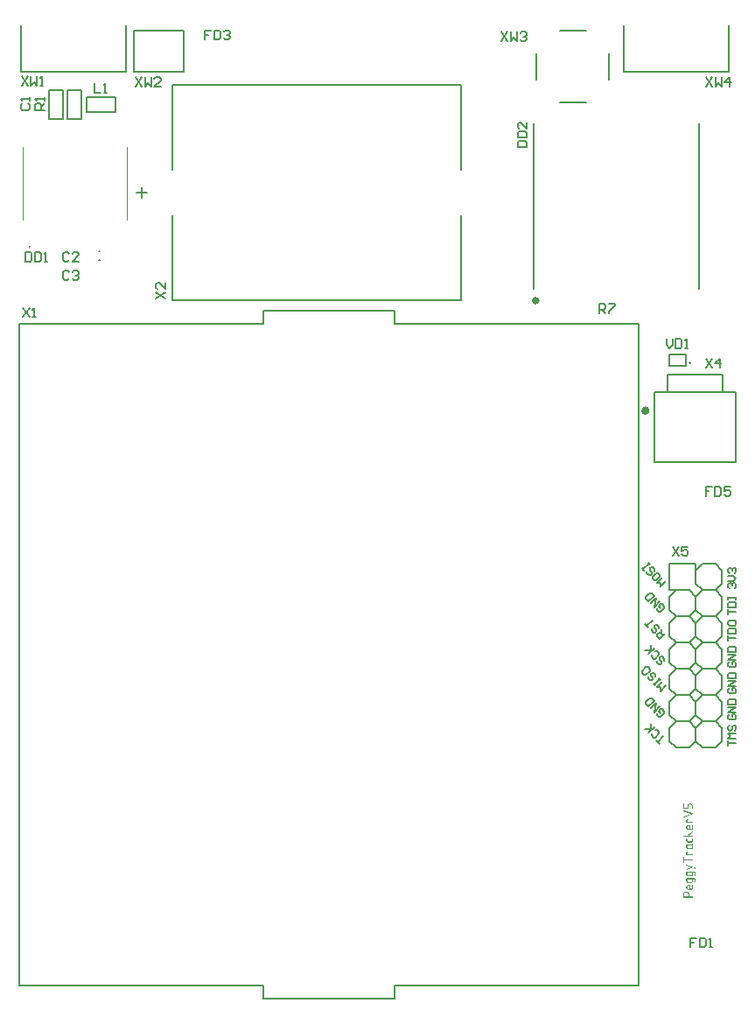
<source format=gto>
G04*
G04 #@! TF.GenerationSoftware,Altium Limited,Altium Designer,20.2.7 (254)*
G04*
G04 Layer_Color=15724527*
%FSLAX25Y25*%
%MOIN*%
G70*
G04*
G04 #@! TF.SameCoordinates,3C655C0F-1CA1-4DFD-99B7-6FB2F92942BB*
G04*
G04*
G04 #@! TF.FilePolarity,Positive*
G04*
G01*
G75*
%ADD10C,0.01575*%
%ADD11C,0.00787*%
%ADD12C,0.00551*%
%ADD13C,0.00394*%
G36*
X197244Y266710D02*
Y268723D01*
X198788D01*
Y266710D01*
X197244D01*
D02*
G37*
G36*
X257132Y75877D02*
X257160D01*
X257198Y75866D01*
X257291Y75849D01*
X257389Y75817D01*
X257498Y75768D01*
X257553Y75735D01*
X257607Y75702D01*
X257662Y75658D01*
X257717Y75609D01*
X257722Y75604D01*
X257728Y75598D01*
X257738Y75582D01*
X257760Y75560D01*
X257799Y75506D01*
X257848Y75424D01*
X257897Y75331D01*
X257941Y75222D01*
X257973Y75096D01*
X257979Y75030D01*
X257984Y74959D01*
Y74212D01*
X257979Y74173D01*
X257962Y74130D01*
X257935Y74086D01*
X257924Y74080D01*
X257897Y74064D01*
X257859Y74048D01*
X257804Y74042D01*
X257799D01*
X257793D01*
X257766Y74048D01*
X257722Y74059D01*
X257678Y74086D01*
X257673D01*
X257667Y74097D01*
X257646Y74124D01*
X257629Y74162D01*
X257618Y74190D01*
Y74998D01*
X257607Y75041D01*
X257596Y75096D01*
X257580Y75156D01*
X257553Y75222D01*
X257515Y75287D01*
X257466Y75353D01*
X257460Y75358D01*
X257438Y75380D01*
X257400Y75407D01*
X257356Y75434D01*
X257296Y75467D01*
X257231Y75489D01*
X257154Y75511D01*
X257067Y75516D01*
X256701D01*
X256690D01*
X256663D01*
X256619Y75506D01*
X256565Y75495D01*
X256505Y75478D01*
X256439Y75445D01*
X256374Y75407D01*
X256308Y75353D01*
X256302Y75347D01*
X256281Y75325D01*
X256253Y75293D01*
X256226Y75243D01*
X256193Y75189D01*
X256171Y75118D01*
X256150Y75041D01*
X256144Y74959D01*
Y74217D01*
X256139Y74195D01*
X256133Y74168D01*
X256122Y74135D01*
X256101Y74097D01*
X256068Y74069D01*
X256024Y74048D01*
X255964Y74042D01*
X254484D01*
X254479D01*
X254457Y74048D01*
X254424Y74053D01*
X254392Y74064D01*
X254359Y74086D01*
X254326Y74119D01*
X254304Y74162D01*
X254299Y74222D01*
Y75708D01*
X254304Y75740D01*
X254326Y75784D01*
X254337Y75806D01*
X254359Y75828D01*
X254370Y75839D01*
X254397Y75855D01*
X254435Y75871D01*
X254484Y75882D01*
X254495D01*
X254522Y75877D01*
X254561Y75860D01*
X254604Y75833D01*
X254615Y75828D01*
X254632Y75800D01*
X254654Y75757D01*
X254659Y75729D01*
X254664Y75697D01*
Y74408D01*
X255778D01*
Y74998D01*
X255784Y75025D01*
Y75058D01*
X255795Y75096D01*
X255811Y75183D01*
X255844Y75282D01*
X255893Y75391D01*
X255926Y75445D01*
X255959Y75506D01*
X256002Y75555D01*
X256051Y75609D01*
X256057Y75615D01*
X256062Y75620D01*
X256079Y75637D01*
X256101Y75653D01*
X256155Y75697D01*
X256231Y75746D01*
X256330Y75795D01*
X256439Y75839D01*
X256565Y75871D01*
X256630Y75877D01*
X256701Y75882D01*
X257067D01*
X257072D01*
X257083D01*
X257105D01*
X257132Y75877D01*
D02*
G37*
G36*
X254544Y73294D02*
X257826Y72191D01*
X257831D01*
X257837Y72186D01*
X257864Y72175D01*
X257902Y72153D01*
X257941Y72126D01*
X257946Y72120D01*
X257957Y72098D01*
X257968Y72066D01*
X257984Y72017D01*
Y72000D01*
X257973Y71978D01*
X257962Y71956D01*
X257946Y71924D01*
X257919Y71896D01*
X257880Y71869D01*
X257826Y71842D01*
X254544Y70739D01*
X254479Y70728D01*
X254473D01*
X254468D01*
X254441Y70733D01*
X254402Y70750D01*
X254359Y70783D01*
X254353D01*
X254348Y70793D01*
X254326Y70821D01*
X254310Y70859D01*
X254299Y70886D01*
Y70963D01*
X254315Y71012D01*
X254321Y71017D01*
X254337Y71034D01*
X254375Y71061D01*
X254424Y71088D01*
X257187Y72017D01*
X254430Y72950D01*
X254419Y72956D01*
X254397Y72967D01*
X254370Y72988D01*
X254337Y73016D01*
X254331Y73027D01*
X254315Y73049D01*
X254304Y73081D01*
X254299Y73119D01*
Y73130D01*
X254304Y73163D01*
X254321Y73207D01*
X254348Y73251D01*
X254359Y73261D01*
X254386Y73278D01*
X254424Y73294D01*
X254479Y73305D01*
X254544Y73294D01*
D02*
G37*
G36*
X256008Y69986D02*
X256057Y69969D01*
X256101Y69936D01*
X256106Y69925D01*
X256122Y69904D01*
X256139Y69860D01*
X256144Y69805D01*
Y69794D01*
X256139Y69762D01*
X256128Y69723D01*
X256101Y69680D01*
X256090Y69669D01*
X256062Y69652D01*
X256019Y69636D01*
X255959Y69625D01*
X255953D01*
X255948D01*
X255920Y69620D01*
X255882Y69603D01*
X255838Y69570D01*
X255833D01*
X255827Y69560D01*
X255806Y69532D01*
X255784Y69494D01*
X255773Y69467D01*
Y68883D01*
X257804D01*
X257809D01*
X257820D01*
X257853Y68877D01*
X257897Y68861D01*
X257941Y68828D01*
X257946Y68817D01*
X257962Y68795D01*
X257979Y68752D01*
X257984Y68697D01*
Y68686D01*
X257979Y68653D01*
X257968Y68615D01*
X257941Y68571D01*
X257930Y68560D01*
X257908Y68544D01*
X257864Y68528D01*
X257804Y68517D01*
X255593D01*
X255587D01*
X255565Y68522D01*
X255533Y68528D01*
X255500Y68539D01*
X255467Y68560D01*
X255434Y68593D01*
X255413Y68637D01*
X255407Y68697D01*
Y69472D01*
X255418Y69516D01*
X255429Y69570D01*
X255445Y69631D01*
X255478Y69696D01*
X255516Y69762D01*
X255571Y69827D01*
X255576Y69833D01*
X255598Y69854D01*
X255631Y69882D01*
X255680Y69909D01*
X255735Y69942D01*
X255800Y69964D01*
X255877Y69986D01*
X255959Y69991D01*
X255964D01*
X255975D01*
X256008Y69986D01*
D02*
G37*
G36*
X257842Y67774D02*
X257880Y67758D01*
X257924Y67730D01*
X257935Y67725D01*
X257951Y67698D01*
X257973Y67654D01*
X257979Y67627D01*
X257984Y67594D01*
Y66644D01*
X257979Y66622D01*
X257973Y66567D01*
X257957Y66496D01*
X257930Y66415D01*
X257897Y66327D01*
X257842Y66240D01*
X257771Y66153D01*
X257760Y66142D01*
X257733Y66120D01*
X257689Y66087D01*
X257624Y66049D01*
X257553Y66005D01*
X257460Y65972D01*
X257362Y65951D01*
X257253Y65940D01*
X256144D01*
X256139D01*
X256133D01*
X256117D01*
X256095Y65945D01*
X256040Y65951D01*
X255969Y65967D01*
X255888Y65989D01*
X255806Y66027D01*
X255713Y66076D01*
X255631Y66147D01*
X255620Y66158D01*
X255598Y66185D01*
X255560Y66229D01*
X255516Y66294D01*
X255478Y66371D01*
X255440Y66458D01*
X255418Y66562D01*
X255407Y66671D01*
Y67070D01*
X255413Y67092D01*
X255418Y67152D01*
X255434Y67223D01*
X255462Y67299D01*
X255500Y67387D01*
X255555Y67474D01*
X255626Y67561D01*
X255636Y67572D01*
X255664Y67594D01*
X255707Y67632D01*
X255767Y67670D01*
X255844Y67709D01*
X255931Y67747D01*
X256035Y67769D01*
X256144Y67780D01*
X256701D01*
X256707D01*
X256728D01*
X256756Y67769D01*
X256788Y67758D01*
X256827Y67736D01*
X256854Y67703D01*
X256876Y67654D01*
X256881Y67594D01*
Y66305D01*
X257253D01*
X257258D01*
X257280D01*
X257307Y66311D01*
X257340Y66316D01*
X257384Y66333D01*
X257427Y66349D01*
X257471Y66376D01*
X257515Y66409D01*
X257520Y66420D01*
X257542Y66442D01*
X257569Y66480D01*
X257596Y66524D01*
Y66529D01*
X257602Y66540D01*
X257607Y66573D01*
X257613Y66622D01*
X257618Y66671D01*
Y67605D01*
X257624Y67638D01*
X257646Y67681D01*
X257657Y67703D01*
X257678Y67725D01*
X257689Y67736D01*
X257717Y67752D01*
X257755Y67769D01*
X257804Y67780D01*
X257815D01*
X257842Y67774D01*
D02*
G37*
G36*
X257848Y65197D02*
X257886Y65181D01*
X257930Y65148D01*
X257941Y65137D01*
X257957Y65110D01*
X257973Y65071D01*
X257984Y65017D01*
Y65000D01*
X257979Y64984D01*
X257973Y64968D01*
X257951Y64919D01*
X257935Y64891D01*
X257913Y64869D01*
X256652Y63908D01*
X256788Y63728D01*
X257804D01*
X257809D01*
X257820D01*
X257853Y63723D01*
X257897Y63706D01*
X257941Y63674D01*
X257946Y63663D01*
X257962Y63641D01*
X257979Y63597D01*
X257984Y63543D01*
Y63532D01*
X257979Y63499D01*
X257968Y63461D01*
X257941Y63417D01*
X257930Y63406D01*
X257908Y63390D01*
X257864Y63373D01*
X257804Y63362D01*
X254484D01*
X254479D01*
X254473D01*
X254441Y63368D01*
X254397Y63384D01*
X254348Y63417D01*
X254342Y63428D01*
X254321Y63455D01*
X254304Y63494D01*
X254299Y63543D01*
Y63554D01*
X254304Y63586D01*
X254321Y63625D01*
X254348Y63668D01*
Y63674D01*
X254353Y63679D01*
X254381Y63701D01*
X254424Y63717D01*
X254452Y63728D01*
X254484D01*
X256330D01*
X255445Y64908D01*
X255440Y64919D01*
X255423Y64940D01*
X255413Y64979D01*
X255407Y65022D01*
Y65033D01*
X255413Y65066D01*
X255434Y65104D01*
X255445Y65126D01*
X255467Y65148D01*
X255478Y65159D01*
X255505Y65175D01*
X255544Y65192D01*
X255593Y65202D01*
X255598D01*
X255609D01*
X255626Y65197D01*
X255642Y65192D01*
X255691Y65170D01*
X255718Y65153D01*
X255740Y65126D01*
X256434Y64209D01*
X257689Y65164D01*
X257700Y65170D01*
X257722Y65186D01*
X257760Y65197D01*
X257804Y65202D01*
X257809D01*
X257815D01*
X257848Y65197D01*
D02*
G37*
G36*
X257842Y62620D02*
X257880Y62603D01*
X257924Y62576D01*
X257935Y62571D01*
X257951Y62543D01*
X257973Y62500D01*
X257979Y62472D01*
X257984Y62440D01*
Y61861D01*
X257979Y61839D01*
X257973Y61784D01*
X257957Y61714D01*
X257930Y61632D01*
X257897Y61544D01*
X257842Y61457D01*
X257771Y61370D01*
X257760Y61359D01*
X257733Y61337D01*
X257689Y61299D01*
X257624Y61260D01*
X257553Y61222D01*
X257460Y61184D01*
X257362Y61162D01*
X257253Y61151D01*
X256144D01*
X256139D01*
X256128D01*
X256117D01*
X256095Y61157D01*
X256035Y61162D01*
X255964Y61178D01*
X255882Y61206D01*
X255795Y61238D01*
X255707Y61293D01*
X255626Y61364D01*
X255614Y61375D01*
X255593Y61402D01*
X255555Y61452D01*
X255516Y61511D01*
X255478Y61588D01*
X255440Y61675D01*
X255418Y61779D01*
X255407Y61888D01*
Y62451D01*
X255413Y62483D01*
X255434Y62527D01*
X255445Y62549D01*
X255467Y62571D01*
X255478Y62582D01*
X255505Y62598D01*
X255544Y62615D01*
X255593Y62625D01*
X255604D01*
X255631Y62620D01*
X255669Y62603D01*
X255713Y62576D01*
X255724Y62571D01*
X255740Y62543D01*
X255762Y62500D01*
X255767Y62472D01*
X255773Y62440D01*
Y61856D01*
X255778Y61828D01*
X255784Y61796D01*
X255800Y61752D01*
X255817Y61708D01*
X255844Y61664D01*
X255882Y61621D01*
X255893Y61610D01*
X255915Y61588D01*
X255953Y61561D01*
X256002Y61539D01*
X256008D01*
X256013Y61533D01*
X256046Y61528D01*
X256090Y61523D01*
X256144Y61517D01*
X257253D01*
X257258D01*
X257280D01*
X257307Y61523D01*
X257340Y61528D01*
X257384Y61544D01*
X257427Y61561D01*
X257471Y61588D01*
X257515Y61621D01*
X257520Y61632D01*
X257542Y61659D01*
X257569Y61697D01*
X257596Y61741D01*
Y61746D01*
X257602Y61752D01*
X257607Y61790D01*
X257613Y61834D01*
X257618Y61883D01*
Y62451D01*
X257624Y62483D01*
X257646Y62527D01*
X257657Y62549D01*
X257678Y62571D01*
X257689Y62582D01*
X257717Y62598D01*
X257755Y62615D01*
X257804Y62625D01*
X257815D01*
X257842Y62620D01*
D02*
G37*
G36*
X257848Y60780D02*
X257886Y60764D01*
X257930Y60731D01*
X257941Y60720D01*
X257957Y60698D01*
X257973Y60654D01*
X257984Y60600D01*
Y60578D01*
X257979Y60551D01*
X257968Y60523D01*
X257962Y60518D01*
X257951Y60496D01*
X257935Y60458D01*
X257913Y60419D01*
X257880Y60370D01*
X257842Y60321D01*
X257799Y60272D01*
X257744Y60228D01*
X257749Y60223D01*
X257760Y60212D01*
X257782Y60190D01*
X257804Y60163D01*
X257831Y60130D01*
X257859Y60087D01*
X257891Y60037D01*
X257919Y59983D01*
Y59977D01*
X257930Y59955D01*
X257941Y59928D01*
X257951Y59890D01*
X257962Y59841D01*
X257973Y59792D01*
X257979Y59732D01*
X257984Y59677D01*
Y59278D01*
X257979Y59257D01*
X257973Y59202D01*
X257957Y59131D01*
X257930Y59049D01*
X257897Y58967D01*
X257842Y58880D01*
X257771Y58793D01*
X257760Y58781D01*
X257733Y58760D01*
X257689Y58722D01*
X257624Y58683D01*
X257553Y58645D01*
X257460Y58607D01*
X257362Y58585D01*
X257253Y58574D01*
X256144D01*
X256139D01*
X256128D01*
X256117D01*
X256095Y58579D01*
X256035Y58585D01*
X255964Y58601D01*
X255882Y58629D01*
X255795Y58661D01*
X255707Y58716D01*
X255626Y58787D01*
X255614Y58798D01*
X255593Y58825D01*
X255555Y58869D01*
X255516Y58934D01*
X255478Y59005D01*
X255440Y59098D01*
X255418Y59197D01*
X255407Y59306D01*
Y60256D01*
X255418Y60289D01*
X255429Y60321D01*
X255451Y60354D01*
X255484Y60387D01*
X255533Y60409D01*
X255593Y60414D01*
X257247D01*
X257253D01*
X257263D01*
X257285Y60419D01*
X257318Y60425D01*
X257389Y60447D01*
X257427Y60463D01*
X257471Y60485D01*
X257476Y60491D01*
X257487Y60496D01*
X257509Y60512D01*
X257531Y60529D01*
X257558Y60556D01*
X257586Y60589D01*
X257613Y60627D01*
X257635Y60671D01*
Y60676D01*
X257646Y60687D01*
X257657Y60709D01*
X257673Y60731D01*
X257695Y60747D01*
X257722Y60769D01*
X257755Y60780D01*
X257799Y60785D01*
X257804D01*
X257809D01*
X257848Y60780D01*
D02*
G37*
G36*
X256008Y57832D02*
X256057Y57815D01*
X256101Y57782D01*
X256106Y57771D01*
X256122Y57750D01*
X256139Y57706D01*
X256144Y57651D01*
Y57640D01*
X256139Y57608D01*
X256128Y57569D01*
X256101Y57526D01*
X256090Y57515D01*
X256062Y57498D01*
X256019Y57482D01*
X255959Y57471D01*
X255953D01*
X255948D01*
X255920Y57466D01*
X255882Y57449D01*
X255838Y57416D01*
X255833D01*
X255827Y57406D01*
X255806Y57378D01*
X255784Y57340D01*
X255773Y57313D01*
Y56729D01*
X257804D01*
X257809D01*
X257820D01*
X257853Y56723D01*
X257897Y56707D01*
X257941Y56674D01*
X257946Y56663D01*
X257962Y56641D01*
X257979Y56598D01*
X257984Y56543D01*
Y56532D01*
X257979Y56499D01*
X257968Y56461D01*
X257941Y56417D01*
X257930Y56406D01*
X257908Y56390D01*
X257864Y56374D01*
X257804Y56363D01*
X255593D01*
X255587D01*
X255565Y56368D01*
X255533Y56374D01*
X255500Y56385D01*
X255467Y56406D01*
X255434Y56439D01*
X255413Y56483D01*
X255407Y56543D01*
Y57318D01*
X255418Y57362D01*
X255429Y57416D01*
X255445Y57477D01*
X255478Y57542D01*
X255516Y57608D01*
X255571Y57673D01*
X255576Y57679D01*
X255598Y57701D01*
X255631Y57728D01*
X255680Y57755D01*
X255735Y57788D01*
X255800Y57810D01*
X255877Y57832D01*
X255959Y57837D01*
X255964D01*
X255975D01*
X256008Y57832D01*
D02*
G37*
G36*
X254522Y55620D02*
X254561Y55604D01*
X254604Y55576D01*
X254615Y55571D01*
X254632Y55544D01*
X254654Y55500D01*
X254659Y55473D01*
X254664Y55440D01*
Y54703D01*
X257804D01*
X257809D01*
X257820D01*
X257853Y54698D01*
X257897Y54681D01*
X257941Y54648D01*
X257946Y54637D01*
X257962Y54616D01*
X257979Y54572D01*
X257984Y54517D01*
Y54506D01*
X257979Y54474D01*
X257968Y54435D01*
X257941Y54392D01*
X257930Y54381D01*
X257908Y54364D01*
X257864Y54348D01*
X257804Y54337D01*
X254664D01*
Y53584D01*
X254659Y53545D01*
X254643Y53502D01*
X254615Y53458D01*
X254610D01*
X254604Y53453D01*
X254577Y53436D01*
X254534Y53420D01*
X254484Y53414D01*
X254479D01*
X254473D01*
X254446Y53420D01*
X254408Y53431D01*
X254364Y53458D01*
X254359D01*
X254353Y53469D01*
X254331Y53491D01*
X254310Y53535D01*
X254299Y53562D01*
Y55451D01*
X254304Y55484D01*
X254326Y55527D01*
X254337Y55549D01*
X254359Y55571D01*
X254370Y55582D01*
X254397Y55598D01*
X254435Y55615D01*
X254484Y55626D01*
X254495D01*
X254522Y55620D01*
D02*
G37*
G36*
X255653Y52634D02*
X258694Y51678D01*
X258699D01*
X258721Y51667D01*
X258754Y51656D01*
X258792Y51640D01*
X258836Y51613D01*
X258880Y51580D01*
X258929Y51542D01*
X258972Y51492D01*
X258978Y51487D01*
X258989Y51465D01*
X259011Y51438D01*
X259027Y51400D01*
X259049Y51350D01*
X259071Y51296D01*
X259082Y51236D01*
X259087Y51170D01*
Y50974D01*
X259082Y50941D01*
X259060Y50897D01*
X259049Y50876D01*
X259027Y50848D01*
X259016Y50843D01*
X258989Y50826D01*
X258951Y50805D01*
X258902Y50799D01*
X258896D01*
X258891D01*
X258858Y50805D01*
X258820Y50815D01*
X258776Y50843D01*
X258765Y50854D01*
X258749Y50881D01*
X258732Y50925D01*
X258721Y50985D01*
Y51176D01*
X258716Y51198D01*
X258705Y51230D01*
X258683Y51263D01*
X258678Y51269D01*
X258661Y51285D01*
X258629Y51307D01*
X258590Y51323D01*
X257968Y51520D01*
X255653Y50810D01*
X255587Y50799D01*
X255582D01*
X255576D01*
X255544Y50805D01*
X255505Y50821D01*
X255462Y50854D01*
Y50859D01*
X255451Y50864D01*
X255434Y50892D01*
X255418Y50936D01*
X255407Y50985D01*
Y51007D01*
X255413Y51028D01*
X255423Y51056D01*
X255440Y51083D01*
X255467Y51110D01*
X255500Y51138D01*
X255544Y51159D01*
X257340Y51711D01*
X255544Y52284D01*
X255538D01*
X255522Y52295D01*
X255500Y52306D01*
X255473Y52322D01*
X255451Y52344D01*
X255429Y52372D01*
X255413Y52410D01*
X255407Y52453D01*
Y52470D01*
X255413Y52503D01*
X255429Y52546D01*
X255456Y52590D01*
X255467Y52601D01*
X255489Y52617D01*
X255533Y52634D01*
X255587Y52644D01*
X255653Y52634D01*
D02*
G37*
G36*
X258399Y50095D02*
X258454Y50089D01*
X258525Y50073D01*
X258607Y50046D01*
X258694Y50007D01*
X258781Y49953D01*
X258869Y49882D01*
X258880Y49871D01*
X258902Y49843D01*
X258940Y49800D01*
X258978Y49740D01*
X259016Y49663D01*
X259054Y49576D01*
X259076Y49472D01*
X259087Y49363D01*
Y48615D01*
X259082Y48582D01*
X259060Y48539D01*
X259049Y48517D01*
X259027Y48489D01*
X259016Y48484D01*
X258989Y48468D01*
X258951Y48446D01*
X258902Y48440D01*
X258896D01*
X258891D01*
X258858Y48446D01*
X258820Y48457D01*
X258776Y48484D01*
X258765Y48495D01*
X258749Y48522D01*
X258732Y48566D01*
X258721Y48626D01*
Y49390D01*
X258716Y49418D01*
X258705Y49456D01*
X258694Y49494D01*
X258678Y49538D01*
X258650Y49581D01*
X258612Y49625D01*
X258607Y49631D01*
X258596Y49641D01*
X258568Y49658D01*
X258541Y49680D01*
X258503Y49702D01*
X258459Y49718D01*
X258405Y49729D01*
X258350Y49734D01*
X257984D01*
Y48970D01*
X257979Y48948D01*
X257973Y48893D01*
X257957Y48823D01*
X257930Y48741D01*
X257897Y48653D01*
X257842Y48566D01*
X257771Y48478D01*
X257760Y48468D01*
X257733Y48446D01*
X257689Y48408D01*
X257624Y48369D01*
X257553Y48331D01*
X257460Y48293D01*
X257362Y48271D01*
X257253Y48260D01*
X256144D01*
X256139D01*
X256128D01*
X256117D01*
X256095Y48266D01*
X256035Y48271D01*
X255964Y48287D01*
X255882Y48315D01*
X255795Y48347D01*
X255707Y48402D01*
X255626Y48473D01*
X255614Y48484D01*
X255593Y48511D01*
X255555Y48555D01*
X255516Y48621D01*
X255478Y48691D01*
X255440Y48784D01*
X255418Y48883D01*
X255407Y48992D01*
Y49942D01*
X255418Y49975D01*
X255429Y50007D01*
X255451Y50040D01*
X255484Y50073D01*
X255533Y50095D01*
X255593Y50100D01*
X258350D01*
X258355D01*
X258361D01*
X258377D01*
X258399Y50095D01*
D02*
G37*
G36*
Y47518D02*
X258454Y47512D01*
X258525Y47496D01*
X258607Y47468D01*
X258694Y47430D01*
X258781Y47376D01*
X258869Y47305D01*
X258880Y47294D01*
X258902Y47266D01*
X258940Y47223D01*
X258978Y47163D01*
X259016Y47086D01*
X259054Y46999D01*
X259076Y46895D01*
X259087Y46786D01*
Y46038D01*
X259082Y46005D01*
X259060Y45961D01*
X259049Y45940D01*
X259027Y45912D01*
X259016Y45907D01*
X258989Y45891D01*
X258951Y45869D01*
X258902Y45863D01*
X258896D01*
X258891D01*
X258858Y45869D01*
X258820Y45880D01*
X258776Y45907D01*
X258765Y45918D01*
X258749Y45945D01*
X258732Y45989D01*
X258721Y46049D01*
Y46813D01*
X258716Y46841D01*
X258705Y46879D01*
X258694Y46917D01*
X258678Y46961D01*
X258650Y47004D01*
X258612Y47048D01*
X258607Y47054D01*
X258596Y47064D01*
X258568Y47081D01*
X258541Y47103D01*
X258503Y47124D01*
X258459Y47141D01*
X258405Y47152D01*
X258350Y47157D01*
X257984D01*
Y46393D01*
X257979Y46371D01*
X257973Y46316D01*
X257957Y46245D01*
X257930Y46163D01*
X257897Y46076D01*
X257842Y45989D01*
X257771Y45901D01*
X257760Y45891D01*
X257733Y45869D01*
X257689Y45830D01*
X257624Y45792D01*
X257553Y45754D01*
X257460Y45716D01*
X257362Y45694D01*
X257253Y45683D01*
X256144D01*
X256139D01*
X256128D01*
X256117D01*
X256095Y45689D01*
X256035Y45694D01*
X255964Y45710D01*
X255882Y45738D01*
X255795Y45770D01*
X255707Y45825D01*
X255626Y45896D01*
X255614Y45907D01*
X255593Y45934D01*
X255555Y45978D01*
X255516Y46043D01*
X255478Y46114D01*
X255440Y46207D01*
X255418Y46305D01*
X255407Y46415D01*
Y47365D01*
X255418Y47397D01*
X255429Y47430D01*
X255451Y47463D01*
X255484Y47496D01*
X255533Y47518D01*
X255593Y47523D01*
X258350D01*
X258355D01*
X258361D01*
X258377D01*
X258399Y47518D01*
D02*
G37*
G36*
X257842Y44940D02*
X257880Y44924D01*
X257924Y44897D01*
X257935Y44891D01*
X257951Y44864D01*
X257973Y44820D01*
X257979Y44793D01*
X257984Y44760D01*
Y43810D01*
X257979Y43788D01*
X257973Y43734D01*
X257957Y43663D01*
X257930Y43581D01*
X257897Y43494D01*
X257842Y43406D01*
X257771Y43319D01*
X257760Y43308D01*
X257733Y43286D01*
X257689Y43253D01*
X257624Y43215D01*
X257553Y43171D01*
X257460Y43139D01*
X257362Y43117D01*
X257253Y43106D01*
X256144D01*
X256139D01*
X256133D01*
X256117D01*
X256095Y43111D01*
X256040Y43117D01*
X255969Y43133D01*
X255888Y43155D01*
X255806Y43193D01*
X255713Y43242D01*
X255631Y43313D01*
X255620Y43324D01*
X255598Y43352D01*
X255560Y43395D01*
X255516Y43461D01*
X255478Y43537D01*
X255440Y43625D01*
X255418Y43728D01*
X255407Y43837D01*
Y44236D01*
X255413Y44258D01*
X255418Y44318D01*
X255434Y44389D01*
X255462Y44465D01*
X255500Y44553D01*
X255555Y44640D01*
X255626Y44728D01*
X255636Y44738D01*
X255664Y44760D01*
X255707Y44798D01*
X255767Y44837D01*
X255844Y44875D01*
X255931Y44913D01*
X256035Y44935D01*
X256144Y44946D01*
X256701D01*
X256707D01*
X256728D01*
X256756Y44935D01*
X256788Y44924D01*
X256827Y44902D01*
X256854Y44870D01*
X256876Y44820D01*
X256881Y44760D01*
Y43472D01*
X257253D01*
X257258D01*
X257280D01*
X257307Y43477D01*
X257340Y43483D01*
X257384Y43499D01*
X257427Y43515D01*
X257471Y43543D01*
X257515Y43575D01*
X257520Y43586D01*
X257542Y43608D01*
X257569Y43646D01*
X257596Y43690D01*
Y43696D01*
X257602Y43707D01*
X257607Y43739D01*
X257613Y43788D01*
X257618Y43837D01*
Y44771D01*
X257624Y44804D01*
X257646Y44848D01*
X257657Y44870D01*
X257678Y44891D01*
X257689Y44902D01*
X257717Y44919D01*
X257755Y44935D01*
X257804Y44946D01*
X257815D01*
X257842Y44940D01*
D02*
G37*
G36*
X255822Y42363D02*
X255882Y42358D01*
X255953Y42342D01*
X256035Y42314D01*
X256122Y42276D01*
X256210Y42221D01*
X256297Y42150D01*
X256308Y42140D01*
X256330Y42112D01*
X256363Y42063D01*
X256401Y42003D01*
X256445Y41927D01*
X256477Y41839D01*
X256499Y41735D01*
X256510Y41626D01*
Y40523D01*
X257804D01*
X257809D01*
X257820D01*
X257853Y40518D01*
X257897Y40501D01*
X257941Y40469D01*
X257946Y40458D01*
X257962Y40436D01*
X257979Y40392D01*
X257984Y40338D01*
Y40327D01*
X257979Y40294D01*
X257968Y40256D01*
X257941Y40212D01*
X257930Y40201D01*
X257908Y40185D01*
X257864Y40168D01*
X257804Y40157D01*
X254484D01*
X254479D01*
X254457Y40163D01*
X254424Y40168D01*
X254392Y40179D01*
X254359Y40201D01*
X254326Y40234D01*
X254304Y40278D01*
X254299Y40338D01*
Y41659D01*
X254304Y41681D01*
X254310Y41741D01*
X254326Y41812D01*
X254353Y41894D01*
X254392Y41981D01*
X254446Y42068D01*
X254517Y42150D01*
X254528Y42161D01*
X254555Y42183D01*
X254604Y42221D01*
X254664Y42260D01*
X254741Y42298D01*
X254828Y42336D01*
X254927Y42358D01*
X255036Y42369D01*
X255773D01*
X255778D01*
X255784D01*
X255800D01*
X255822Y42363D01*
D02*
G37*
%LPC*%
G36*
X256515Y67414D02*
X256144D01*
X256139D01*
X256117D01*
X256090Y67408D01*
X256051Y67403D01*
X256013Y67387D01*
X255969Y67370D01*
X255926Y67343D01*
X255882Y67305D01*
X255877Y67299D01*
X255866Y67288D01*
X255849Y67261D01*
X255827Y67234D01*
X255806Y67195D01*
X255789Y67152D01*
X255778Y67097D01*
X255773Y67042D01*
Y66644D01*
X255778Y66617D01*
X255784Y66584D01*
X255800Y66540D01*
X255817Y66496D01*
X255844Y66453D01*
X255882Y66409D01*
X255893Y66398D01*
X255915Y66376D01*
X255953Y66349D01*
X256002Y66327D01*
X256008D01*
X256013Y66322D01*
X256046Y66316D01*
X256090Y66311D01*
X256144Y66305D01*
X256515D01*
Y67414D01*
D02*
G37*
G36*
X257253Y60048D02*
X255773D01*
Y59278D01*
X255778Y59251D01*
X255784Y59218D01*
X255800Y59175D01*
X255817Y59131D01*
X255844Y59087D01*
X255882Y59044D01*
X255893Y59033D01*
X255915Y59011D01*
X255953Y58984D01*
X256002Y58962D01*
X256008D01*
X256013Y58956D01*
X256046Y58951D01*
X256090Y58945D01*
X256144Y58940D01*
X257253D01*
X257258D01*
X257280D01*
X257307Y58945D01*
X257340Y58951D01*
X257384Y58967D01*
X257427Y58984D01*
X257471Y59011D01*
X257515Y59044D01*
X257520Y59054D01*
X257542Y59082D01*
X257569Y59120D01*
X257596Y59164D01*
Y59169D01*
X257602Y59175D01*
X257607Y59213D01*
X257613Y59257D01*
X257618Y59306D01*
Y59704D01*
X257613Y59732D01*
X257607Y59770D01*
X257596Y59808D01*
X257575Y59852D01*
X257553Y59895D01*
X257520Y59939D01*
X257515Y59944D01*
X257504Y59955D01*
X257476Y59972D01*
X257449Y59994D01*
X257411Y60015D01*
X257362Y60032D01*
X257313Y60043D01*
X257253Y60048D01*
D02*
G37*
G36*
X257618Y49734D02*
X255773D01*
Y48965D01*
X255778Y48937D01*
X255784Y48904D01*
X255800Y48861D01*
X255817Y48817D01*
X255844Y48773D01*
X255882Y48730D01*
X255893Y48719D01*
X255915Y48697D01*
X255953Y48670D01*
X256002Y48648D01*
X256008D01*
X256013Y48642D01*
X256046Y48637D01*
X256090Y48631D01*
X256144Y48626D01*
X257253D01*
X257258D01*
X257280D01*
X257307Y48631D01*
X257340Y48637D01*
X257384Y48653D01*
X257427Y48670D01*
X257471Y48697D01*
X257515Y48730D01*
X257520Y48741D01*
X257542Y48768D01*
X257569Y48806D01*
X257596Y48850D01*
Y48855D01*
X257602Y48861D01*
X257607Y48899D01*
X257613Y48943D01*
X257618Y48992D01*
Y49734D01*
D02*
G37*
G36*
Y47157D02*
X255773D01*
Y46387D01*
X255778Y46360D01*
X255784Y46327D01*
X255800Y46284D01*
X255817Y46240D01*
X255844Y46196D01*
X255882Y46153D01*
X255893Y46142D01*
X255915Y46120D01*
X255953Y46093D01*
X256002Y46071D01*
X256008D01*
X256013Y46065D01*
X256046Y46060D01*
X256090Y46054D01*
X256144Y46049D01*
X257253D01*
X257258D01*
X257280D01*
X257307Y46054D01*
X257340Y46060D01*
X257384Y46076D01*
X257427Y46093D01*
X257471Y46120D01*
X257515Y46153D01*
X257520Y46163D01*
X257542Y46191D01*
X257569Y46229D01*
X257596Y46273D01*
Y46278D01*
X257602Y46284D01*
X257607Y46322D01*
X257613Y46365D01*
X257618Y46415D01*
Y47157D01*
D02*
G37*
G36*
X256515Y44580D02*
X256144D01*
X256139D01*
X256117D01*
X256090Y44575D01*
X256051Y44569D01*
X256013Y44553D01*
X255969Y44536D01*
X255926Y44509D01*
X255882Y44471D01*
X255877Y44465D01*
X255866Y44455D01*
X255849Y44427D01*
X255827Y44400D01*
X255806Y44362D01*
X255789Y44318D01*
X255778Y44263D01*
X255773Y44209D01*
Y43810D01*
X255778Y43783D01*
X255784Y43750D01*
X255800Y43707D01*
X255817Y43663D01*
X255844Y43619D01*
X255882Y43575D01*
X255893Y43565D01*
X255915Y43543D01*
X255953Y43515D01*
X256002Y43494D01*
X256008D01*
X256013Y43488D01*
X256046Y43483D01*
X256090Y43477D01*
X256144Y43472D01*
X256515D01*
Y44580D01*
D02*
G37*
G36*
X255778Y42003D02*
X255036D01*
X255030D01*
X255009D01*
X254981Y41998D01*
X254943Y41992D01*
X254905Y41976D01*
X254861Y41959D01*
X254817Y41932D01*
X254774Y41894D01*
X254768Y41888D01*
X254757Y41877D01*
X254741Y41850D01*
X254719Y41823D01*
X254697Y41785D01*
X254681Y41741D01*
X254670Y41686D01*
X254664Y41632D01*
Y40523D01*
X256144D01*
Y41659D01*
X256139Y41686D01*
X256133Y41725D01*
X256122Y41763D01*
X256101Y41806D01*
X256079Y41850D01*
X256046Y41894D01*
X256040Y41899D01*
X256030Y41910D01*
X256002Y41927D01*
X255975Y41948D01*
X255937Y41970D01*
X255888Y41987D01*
X255838Y41998D01*
X255778Y42003D01*
D02*
G37*
%LPD*%
D10*
X240630Y225590D02*
G03*
X240630Y225590I-787J0D01*
G01*
D11*
X5118Y288189D02*
G03*
X5118Y287795I0J-197D01*
G01*
D02*
G03*
X5118Y288189I0J197D01*
G01*
D02*
G03*
X5118Y287795I0J-197D01*
G01*
X199149Y267520D02*
G03*
X199149Y267520I-1148J0D01*
G01*
X269213Y232677D02*
Y239370D01*
X248110D02*
X269213D01*
X248110Y232677D02*
Y239370D01*
X243189Y205906D02*
Y232677D01*
Y205906D02*
X274134D01*
Y232677D01*
X269213D02*
X274134D01*
X248110D02*
X269213D01*
X243189D02*
X248110D01*
X231496Y354724D02*
Y372441D01*
Y354724D02*
X271654D01*
Y372441D01*
X1772Y354724D02*
Y372441D01*
Y354724D02*
X41929D01*
Y372441D01*
X45079Y370472D02*
X63976D01*
Y354724D02*
Y370472D01*
X45079Y354724D02*
X63976D01*
X45079D02*
Y370472D01*
X47835Y306693D02*
Y310630D01*
X45866Y308661D02*
X49803D01*
X59449Y349661D02*
X169685D01*
X59449Y267661D02*
X169685D01*
X59449Y317244D02*
Y349661D01*
X169685Y317244D02*
Y349661D01*
Y267661D02*
Y300079D01*
X59449Y267661D02*
Y300079D01*
X26771Y339370D02*
X37795D01*
X26771Y344882D02*
X37795D01*
Y339370D02*
Y344882D01*
X26771Y339370D02*
Y344882D01*
X19587Y347638D02*
X25099D01*
X19587Y336614D02*
X25099D01*
Y347638D01*
X19587Y336614D02*
Y347638D01*
X12500D02*
X18012D01*
X12500Y336614D02*
X18012D01*
Y347638D01*
X12500Y336614D02*
Y347638D01*
X1181Y6693D02*
Y258661D01*
Y6693D02*
X94291D01*
Y1693D02*
Y6693D01*
Y1693D02*
X144291D01*
Y6693D01*
X237402D01*
Y258661D01*
X144291D02*
X237402D01*
X144291D02*
Y263661D01*
X94291D02*
X144291D01*
X94291Y258661D02*
Y263661D01*
X1181Y258661D02*
X94291D01*
X31693Y286319D02*
X32087D01*
X31693Y282972D02*
X32087D01*
X255315Y242598D02*
Y247165D01*
X249016D02*
X255315D01*
X249016Y242598D02*
Y247165D01*
Y242598D02*
X255315D01*
X197244Y272047D02*
Y335039D01*
X260236Y272047D02*
Y335039D01*
X198425Y351772D02*
Y361614D01*
X207283Y342913D02*
X217126D01*
X225984Y351772D02*
Y361614D01*
X207283Y370472D02*
X217126D01*
X249055Y99783D02*
Y104783D01*
Y109783D02*
Y114784D01*
Y119783D02*
Y124784D01*
Y129783D02*
Y134783D01*
Y139784D02*
Y144783D01*
Y149784D02*
Y154783D01*
X251555Y97284D02*
X256555D01*
X251555Y107283D02*
X256555D01*
X251555Y117283D02*
X256555D01*
X251555Y127284D02*
X256555D01*
X251555Y137284D02*
X256555D01*
X251555Y147283D02*
X256555D01*
Y107283D02*
X259055Y104783D01*
Y99783D02*
Y104783D01*
X256555Y97284D02*
X259055Y99783D01*
X249055D02*
X251555Y97284D01*
X269055Y99783D02*
Y104783D01*
X249055D02*
X251555Y107283D01*
X249055Y114784D02*
X251555Y117283D01*
X269055Y109783D02*
Y114784D01*
X249055Y109783D02*
X251555Y107283D01*
X256555D02*
X259055Y109783D01*
Y114784D01*
X256555Y117283D02*
X259055Y114784D01*
X256555Y127284D02*
X259055Y124784D01*
Y119783D02*
Y124784D01*
X256555Y117283D02*
X259055Y119783D01*
X249055D02*
X251555Y117283D01*
X269055Y119783D02*
Y124784D01*
X249055D02*
X251555Y127284D01*
X249055Y134783D02*
X251555Y137284D01*
X269055Y129783D02*
Y134783D01*
X249055Y129783D02*
X251555Y127284D01*
X256555D02*
X259055Y129783D01*
Y134783D01*
X256555Y137284D02*
X259055Y134783D01*
X256555Y147283D02*
X259055Y144783D01*
Y139784D02*
Y144783D01*
X256555Y137284D02*
X259055Y139784D01*
X249055D02*
X251555Y137284D01*
X269055Y139784D02*
Y144783D01*
X249055D02*
X251555Y147283D01*
X269055Y149784D02*
Y154783D01*
X249055Y149784D02*
X251555Y147283D01*
X256555D02*
X259055Y149784D01*
Y154783D01*
X269055Y159783D02*
Y164784D01*
X266555Y157283D02*
X269055Y159783D01*
X261555Y167283D02*
X266555D01*
X269055Y164784D01*
X266555Y157283D02*
X269055Y154783D01*
Y149784D02*
Y154783D01*
X266555Y147283D02*
X269055Y149784D01*
X259055D02*
X261555Y147283D01*
X259055Y144783D02*
X261555Y147283D01*
X259055Y139784D02*
X261555Y137284D01*
X266555D02*
X269055Y139784D01*
Y144783D01*
X266555Y147283D02*
X269055Y144783D01*
X266555Y137284D02*
X269055Y134783D01*
Y129783D02*
Y134783D01*
X266555Y127284D02*
X269055Y129783D01*
X259055D02*
X261555Y127284D01*
X259055Y134783D02*
X261555Y137284D01*
X259055Y124784D02*
X261555Y127284D01*
X259055Y119783D02*
X261555Y117283D01*
X266555D02*
X269055Y119783D01*
Y124784D01*
X266555Y127284D02*
X269055Y124784D01*
X266555Y117283D02*
X269055Y114784D01*
Y109783D02*
Y114784D01*
X266555Y107283D02*
X269055Y109783D01*
X259055D02*
X261555Y107283D01*
X259055Y114784D02*
X261555Y117283D01*
X259055Y104783D02*
X261555Y107283D01*
X259055Y99783D02*
X261555Y97284D01*
X266555D02*
X269055Y99783D01*
Y104783D01*
X266555Y107283D02*
X269055Y104783D01*
X261555Y157283D02*
X266555D01*
X261555Y147283D02*
X266555D01*
X261555Y137284D02*
X266555D01*
X261555Y127284D02*
X266555D01*
X261555Y117283D02*
X266555D01*
X261555Y107283D02*
X266555D01*
X269055Y159783D02*
Y164784D01*
X261555Y97284D02*
X266555D01*
X249055Y154783D02*
X251555Y157283D01*
X256555D02*
X259055Y154783D01*
X249055Y167283D02*
X259055D01*
X249055Y157283D02*
X256555D01*
X259055Y159783D02*
Y167283D01*
Y159783D02*
X261555Y157283D01*
X259055Y164784D02*
X261555Y167283D01*
X259055Y154783D02*
X261555Y157283D01*
X249055D02*
Y167283D01*
X271359Y97874D02*
Y99842D01*
Y98858D01*
X274311D01*
Y100826D02*
X271359D01*
X272343Y101810D01*
X271359Y102794D01*
X274311D01*
X271851Y105745D02*
X271359Y105254D01*
Y104270D01*
X271851Y103778D01*
X272343D01*
X272835Y104270D01*
Y105254D01*
X273327Y105745D01*
X273819D01*
X274311Y105254D01*
Y104270D01*
X273819Y103778D01*
X271851Y109842D02*
X271359Y109350D01*
Y108366D01*
X271851Y107874D01*
X273819D01*
X274311Y108366D01*
Y109350D01*
X273819Y109842D01*
X272835D01*
Y108858D01*
X274311Y110826D02*
X271359D01*
X274311Y112794D01*
X271359D01*
Y113778D02*
X274311D01*
Y115253D01*
X273819Y115745D01*
X271851D01*
X271359Y115253D01*
Y113778D01*
X271851Y119842D02*
X271359Y119350D01*
Y118366D01*
X271851Y117874D01*
X273819D01*
X274311Y118366D01*
Y119350D01*
X273819Y119842D01*
X272835D01*
Y118858D01*
X274311Y120826D02*
X271359D01*
X274311Y122794D01*
X271359D01*
Y123778D02*
X274311D01*
Y125253D01*
X273819Y125745D01*
X271851D01*
X271359Y125253D01*
Y123778D01*
X271851Y129842D02*
X271359Y129350D01*
Y128366D01*
X271851Y127874D01*
X273819D01*
X274311Y128366D01*
Y129350D01*
X273819Y129842D01*
X272835D01*
Y128858D01*
X274311Y130826D02*
X271359D01*
X274311Y132794D01*
X271359D01*
Y133778D02*
X274311D01*
Y135254D01*
X273819Y135746D01*
X271851D01*
X271359Y135254D01*
Y133778D01*
Y137874D02*
Y139842D01*
Y138858D01*
X274311D01*
X271359Y140826D02*
X274311D01*
Y142302D01*
X273819Y142794D01*
X271851D01*
X271359Y142302D01*
Y140826D01*
Y145254D02*
Y144270D01*
X271851Y143778D01*
X273819D01*
X274311Y144270D01*
Y145254D01*
X273819Y145746D01*
X271851D01*
X271359Y145254D01*
Y147874D02*
Y149842D01*
Y148858D01*
X274311D01*
X271359Y150826D02*
X274311D01*
Y152302D01*
X273819Y152794D01*
X271851D01*
X271359Y152302D01*
Y150826D01*
Y153778D02*
Y154762D01*
Y154270D01*
X274311D01*
Y153778D01*
Y154762D01*
X271851Y157874D02*
X271359Y158366D01*
Y159350D01*
X271851Y159842D01*
X272343D01*
X272835Y159350D01*
Y158858D01*
Y159350D01*
X273327Y159842D01*
X273819D01*
X274311Y159350D01*
Y158366D01*
X273819Y157874D01*
X271359Y160826D02*
X273327D01*
X274311Y161810D01*
X273327Y162794D01*
X271359D01*
X271851Y163778D02*
X271359Y164270D01*
Y165253D01*
X271851Y165745D01*
X272343D01*
X272835Y165253D01*
Y164762D01*
Y165253D01*
X273327Y165745D01*
X273819D01*
X274311Y165253D01*
Y164270D01*
X273819Y163778D01*
X245250Y98726D02*
X243859Y100117D01*
X244554Y99422D01*
X246641Y101509D01*
X242119Y102552D02*
Y101857D01*
X242815Y101161D01*
X243511D01*
X244902Y102552D01*
Y103248D01*
X244206Y103944D01*
X243511D01*
X241075Y102900D02*
X243163Y104988D01*
X242467Y104292D01*
X239684D01*
X241771Y104292D01*
Y106379D01*
X244206Y110465D02*
Y109769D01*
X244902Y109074D01*
X245598D01*
X246989Y110465D01*
Y111161D01*
X246294Y111857D01*
X245598D01*
X244902Y111161D01*
X245598Y110465D01*
X245250Y112900D02*
X243163Y110813D01*
X243859Y114292D01*
X241771Y112205D01*
X241075Y112900D02*
X243163Y114988D01*
X242119Y116031D01*
X241423D01*
X240032Y114640D01*
Y113944D01*
X241075Y112900D01*
X247731Y120892D02*
X245644Y118805D01*
Y120196D01*
X244252Y120196D01*
X246339Y122283D01*
X243556Y120892D02*
X242861Y121588D01*
X243209Y121240D01*
X245296Y123327D01*
X245644Y122979D01*
X244948Y123675D01*
X240774Y124371D02*
Y123675D01*
X241469Y122979D01*
X242165D01*
X242513Y123327D01*
Y124023D01*
X241817Y124718D01*
X241817Y125414D01*
X242165Y125762D01*
X242861D01*
X243556Y125066D01*
Y124371D01*
X238686Y125762D02*
X239382Y125066D01*
X240078D01*
X241469Y126458D01*
Y127154D01*
X240774Y127849D01*
X240078D01*
X238686Y126458D01*
Y125762D01*
X244206Y130465D02*
Y129769D01*
X244902Y129074D01*
X245598D01*
X245946Y129421D01*
Y130117D01*
X245250Y130813D01*
Y131509D01*
X245598Y131857D01*
X246294D01*
X246989Y131161D01*
Y130465D01*
X242119Y132552D02*
Y131857D01*
X242815Y131161D01*
X243511D01*
X244902Y132552D01*
Y133248D01*
X244206Y133944D01*
X243511D01*
X241075Y132900D02*
X243163Y134987D01*
X242467Y134292D01*
X239684D01*
X241771Y134292D01*
Y136379D01*
X247337Y140813D02*
X245250Y138726D01*
X244206Y139769D01*
Y140465D01*
X244902Y141161D01*
X245598Y141161D01*
X246641Y140117D01*
X245946Y140813D02*
X245946Y142204D01*
X242119Y142552D02*
Y141857D01*
X242815Y141161D01*
X243511D01*
X243859Y141509D01*
Y142204D01*
X243163Y142900D01*
X243163Y143596D01*
X243511Y143944D01*
X244206D01*
X244902Y143248D01*
Y142552D01*
X241075Y142900D02*
X239684Y144292D01*
X240380Y143596D01*
X242467Y145683D01*
X247731Y160655D02*
X245644Y158568D01*
Y159960D01*
X244252Y159960D01*
X246339Y162047D01*
X242513Y161699D02*
X243209Y161003D01*
X243904D01*
X245296Y162395D01*
Y163091D01*
X244600Y163786D01*
X243904D01*
X242513Y162395D01*
Y161699D01*
X240426Y164482D02*
Y163786D01*
X241121Y163091D01*
X241817D01*
X242165Y163438D01*
Y164134D01*
X241469Y164830D01*
Y165526D01*
X241817Y165874D01*
X242513D01*
X243209Y165178D01*
Y164482D01*
X239382Y164830D02*
X238686Y165526D01*
X239034Y165178D01*
X241121Y167265D01*
X241469Y166917D01*
X240773Y167613D01*
X244206Y150465D02*
Y149769D01*
X244902Y149074D01*
X245598D01*
X246989Y150465D01*
Y151161D01*
X246294Y151857D01*
X245598D01*
X244902Y151161D01*
X245598Y150465D01*
X245250Y152900D02*
X243163Y150813D01*
X243859Y154292D01*
X241771Y152205D01*
X241075Y152900D02*
X243163Y154988D01*
X242119Y156031D01*
X241423D01*
X240032Y154640D01*
Y153944D01*
X241075Y152900D01*
X262796Y245472D02*
X265158Y241930D01*
Y245472D02*
X262796Y241930D01*
X268109D02*
Y245472D01*
X266338Y243701D01*
X268700D01*
X222245Y262796D02*
Y266338D01*
X224016D01*
X224606Y265748D01*
Y264567D01*
X224016Y263977D01*
X222245D01*
X223426D02*
X224606Y262796D01*
X225787Y266338D02*
X228149D01*
Y265748D01*
X225787Y263386D01*
Y262796D01*
X262994Y352558D02*
X265355Y349016D01*
Y352558D02*
X262994Y349016D01*
X266536Y352558D02*
Y349016D01*
X267717Y350197D01*
X268897Y349016D01*
Y352558D01*
X271849Y349016D02*
Y352558D01*
X270078Y350787D01*
X272439D01*
X2167Y352952D02*
X4528Y349410D01*
Y352952D02*
X2167Y349410D01*
X5709Y352952D02*
Y349410D01*
X6890Y350591D01*
X8070Y349410D01*
Y352952D01*
X9251Y349410D02*
X10432D01*
X9841D01*
Y352952D01*
X9251Y352362D01*
X45671Y352558D02*
X48032Y349016D01*
Y352558D02*
X45671Y349016D01*
X49213Y352558D02*
Y349016D01*
X50394Y350197D01*
X51574Y349016D01*
Y352558D01*
X55117Y349016D02*
X52755D01*
X55117Y351378D01*
Y351968D01*
X54526Y352558D01*
X53346D01*
X52755Y351968D01*
X53347Y268308D02*
X56889Y270670D01*
X53347D02*
X56889Y268308D01*
Y274212D02*
Y271850D01*
X54528Y274212D01*
X53937D01*
X53347Y273621D01*
Y272441D01*
X53937Y271850D01*
X29922Y350196D02*
Y346654D01*
X32283D01*
X33464D02*
X34645D01*
X34054D01*
Y350196D01*
X33464Y349606D01*
X10826Y340158D02*
X7284D01*
Y341929D01*
X7874Y342520D01*
X9055D01*
X9646Y341929D01*
Y340158D01*
Y341339D02*
X10826Y342520D01*
Y343700D02*
Y344881D01*
Y344291D01*
X7284D01*
X7874Y343700D01*
X2363Y342520D02*
X1772Y341929D01*
Y340749D01*
X2363Y340158D01*
X4724D01*
X5314Y340749D01*
Y341929D01*
X4724Y342520D01*
X5314Y343700D02*
Y344881D01*
Y344291D01*
X1772D01*
X2363Y343700D01*
X2757Y264763D02*
X5118Y261221D01*
Y264763D02*
X2757Y261221D01*
X6299D02*
X7480D01*
X6889D01*
Y264763D01*
X6299Y264173D01*
X20276Y278346D02*
X19685Y278936D01*
X18505D01*
X17914Y278346D01*
Y275985D01*
X18505Y275394D01*
X19685D01*
X20276Y275985D01*
X21456Y278346D02*
X22047Y278936D01*
X23228D01*
X23818Y278346D01*
Y277756D01*
X23228Y277165D01*
X22637D01*
X23228D01*
X23818Y276575D01*
Y275985D01*
X23228Y275394D01*
X22047D01*
X21456Y275985D01*
X20276Y285433D02*
X19685Y286023D01*
X18505D01*
X17914Y285433D01*
Y283071D01*
X18505Y282481D01*
X19685D01*
X20276Y283071D01*
X23818Y282481D02*
X21456D01*
X23818Y284842D01*
Y285433D01*
X23228Y286023D01*
X22047D01*
X21456Y285433D01*
X3742Y286023D02*
Y282481D01*
X5513D01*
X6103Y283071D01*
Y285433D01*
X5513Y286023D01*
X3742D01*
X7284D02*
Y282481D01*
X9055D01*
X9645Y283071D01*
Y285433D01*
X9055Y286023D01*
X7284D01*
X10826Y282481D02*
X12007D01*
X11416D01*
Y286023D01*
X10826Y285433D01*
X185041Y369881D02*
X187402Y366339D01*
Y369881D02*
X185041Y366339D01*
X188583Y369881D02*
Y366339D01*
X189764Y367520D01*
X190945Y366339D01*
Y369881D01*
X192125Y369291D02*
X192716Y369881D01*
X193896D01*
X194487Y369291D01*
Y368701D01*
X193896Y368110D01*
X193306D01*
X193896D01*
X194487Y367520D01*
Y366930D01*
X193896Y366339D01*
X192716D01*
X192125Y366930D01*
X250198Y173818D02*
X252559Y170276D01*
Y173818D02*
X250198Y170276D01*
X256101Y173818D02*
X253740D01*
Y172047D01*
X254921Y172638D01*
X255511D01*
X256101Y172047D01*
Y170867D01*
X255511Y170276D01*
X254330D01*
X253740Y170867D01*
X247836Y252952D02*
Y250591D01*
X249017Y249410D01*
X250197Y250591D01*
Y252952D01*
X251378D02*
Y249410D01*
X253149D01*
X253740Y250000D01*
Y252362D01*
X253149Y252952D01*
X251378D01*
X254920Y249410D02*
X256101D01*
X255511D01*
Y252952D01*
X254920Y252362D01*
X265135Y196674D02*
X262773D01*
Y194903D01*
X263954D01*
X262773D01*
Y193132D01*
X266315Y196674D02*
Y193132D01*
X268087D01*
X268677Y193722D01*
Y196084D01*
X268087Y196674D01*
X266315D01*
X272219D02*
X269858D01*
Y194903D01*
X271038Y195493D01*
X271629D01*
X272219Y194903D01*
Y193722D01*
X271629Y193132D01*
X270448D01*
X269858Y193722D01*
X74434Y370479D02*
X72073D01*
Y368708D01*
X73254D01*
X72073D01*
Y366937D01*
X75615Y370479D02*
Y366937D01*
X77386D01*
X77977Y367527D01*
Y369888D01*
X77386Y370479D01*
X75615D01*
X79157Y369888D02*
X79748Y370479D01*
X80928D01*
X81519Y369888D01*
Y369298D01*
X80928Y368708D01*
X80338D01*
X80928D01*
X81519Y368117D01*
Y367527D01*
X80928Y366937D01*
X79748D01*
X79157Y367527D01*
X259420Y24837D02*
X257059D01*
Y23066D01*
X258240D01*
X257059D01*
Y21295D01*
X260601Y24837D02*
Y21295D01*
X262372D01*
X262962Y21886D01*
Y24247D01*
X262372Y24837D01*
X260601D01*
X264143Y21295D02*
X265324D01*
X264734D01*
Y24837D01*
X264143Y24247D01*
X191142Y325986D02*
X194685D01*
Y327757D01*
X194094Y328347D01*
X191733D01*
X191142Y327757D01*
Y325986D01*
Y329528D02*
X194685D01*
Y331299D01*
X194094Y331889D01*
X191733D01*
X191142Y331299D01*
Y329528D01*
X194685Y335432D02*
Y333070D01*
X192323Y335432D01*
X191733D01*
X191142Y334841D01*
Y333661D01*
X191733Y333070D01*
D12*
X257165Y243701D02*
G03*
X257165Y243701I-276J0D01*
G01*
D13*
X42323Y298425D02*
Y325984D01*
Y298425D02*
Y325984D01*
X2559Y298425D02*
Y325984D01*
Y298425D02*
Y325984D01*
M02*

</source>
